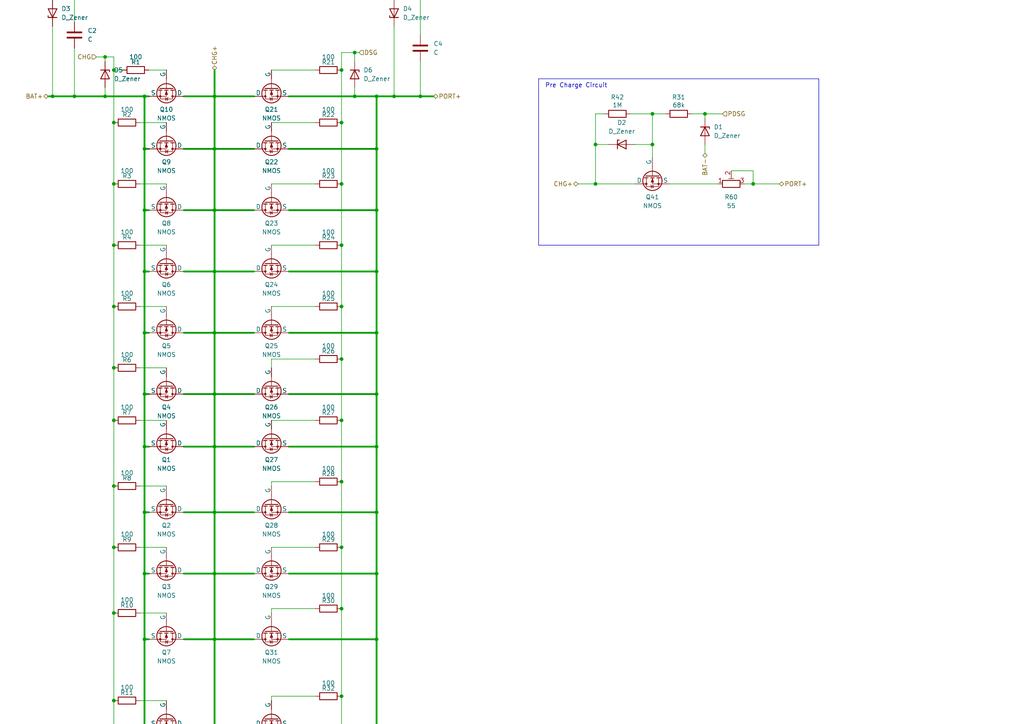
<source format=kicad_sch>
(kicad_sch (version 20231120) (generator "eeschema") (generator_version "8.0")
  (paper "A4")
  (junction (at 109.22 226.06))
  (junction (at 99.06 254))
  (junction (at 33.02 271.78))
  (junction (at 62.23 210.82))
  (junction (at 102.87 15.24))
  (junction (at 41.91 349.25))
  (junction (at 109.22 331.47))
  (junction (at 99.06 35.56))
  (junction (at 218.44 53.34))
  (junction (at 99.06 236.22))
  (junction (at 121.92 27.94))
  (junction (at 189.23 33.02))
  (junction (at 109.22 185.42))
  (junction (at 62.23 331.47))
  (junction (at 41.91 185.42))
  (junction (at 114.3 27.94))
  (junction (at 99.06 341.63))
  (junction (at 172.72 41.91))
  (junction (at 41.91 129.54))
  (junction (at 33.02 140.97))
  (junction (at 33.02 88.9))
  (junction (at 30.48 16.51))
  (junction (at 62.23 349.25))
  (junction (at 99.06 270.51))
  (junction (at 109.22 261.62))
  (junction (at 33.02 35.56))
  (junction (at 33.02 254))
  (junction (at 99.06 176.53))
  (junction (at 33.02 236.22))
  (junction (at 109.22 349.25))
  (junction (at 62.23 43.18))
  (junction (at 41.91 27.94))
  (junction (at 99.06 121.92))
  (junction (at 62.23 96.52))
  (junction (at 109.22 243.84))
  (junction (at 99.06 289.56))
  (junction (at 109.22 312.42))
  (junction (at 33.02 106.68))
  (junction (at 41.91 243.84))
  (junction (at 41.91 331.47))
  (junction (at 109.22 78.74))
  (junction (at 33.02 158.75))
  (junction (at 62.23 368.3))
  (junction (at 99.06 158.75))
  (junction (at 109.22 166.37))
  (junction (at 41.91 96.52))
  (junction (at 62.23 243.84))
  (junction (at 33.02 218.44))
  (junction (at 189.23 41.91))
  (junction (at 99.06 201.93))
  (junction (at 99.06 139.7))
  (junction (at 172.72 53.34))
  (junction (at 99.06 53.34))
  (junction (at 78.74 -19.05))
  (junction (at 15.24 -19.05))
  (junction (at 62.23 60.96))
  (junction (at 62.23 148.59))
  (junction (at 109.22 60.96))
  (junction (at 33.02 20.32))
  (junction (at 33.02 203.2))
  (junction (at 109.22 129.54))
  (junction (at 62.23 129.54))
  (junction (at 33.02 341.63))
  (junction (at 109.22 148.59))
  (junction (at 62.23 226.06))
  (junction (at 62.23 185.42))
  (junction (at 41.91 78.74))
  (junction (at 99.06 71.12))
  (junction (at 15.24 27.94))
  (junction (at 109.22 27.94))
  (junction (at 41.91 114.3))
  (junction (at 41.91 210.82))
  (junction (at 109.22 96.52))
  (junction (at 62.23 279.4))
  (junction (at 33.02 304.8))
  (junction (at 41.91 261.62))
  (junction (at 109.22 210.82))
  (junction (at 114.3 -19.05))
  (junction (at 33.02 71.12))
  (junction (at 41.91 148.59))
  (junction (at 109.22 297.18))
  (junction (at 99.06 20.32))
  (junction (at 33.02 323.85))
  (junction (at 99.06 104.14))
  (junction (at 109.22 43.18))
  (junction (at 62.23 312.42))
  (junction (at 41.91 226.06))
  (junction (at 204.47 33.02))
  (junction (at 41.91 368.3))
  (junction (at 121.92 -19.05))
  (junction (at 21.59 -19.05))
  (junction (at 41.91 312.42))
  (junction (at 41.91 60.96))
  (junction (at 99.06 88.9))
  (junction (at 99.06 302.26))
  (junction (at 41.91 297.18))
  (junction (at 21.59 27.94))
  (junction (at 99.06 218.44))
  (junction (at 33.02 177.8))
  (junction (at 41.91 166.37))
  (junction (at 62.23 297.18))
  (junction (at 33.02 289.56))
  (junction (at 33.02 53.34))
  (junction (at 102.87 27.94))
  (junction (at 109.22 279.4))
  (junction (at 69.85 -19.05))
  (junction (at 30.48 27.94))
  (junction (at 41.91 279.4))
  (junction (at 99.06 322.58))
  (junction (at 62.23 114.3))
  (junction (at 62.23 166.37))
  (junction (at 109.22 368.3))
  (junction (at 62.23 261.62))
  (junction (at 62.23 78.74))
  (junction (at 33.02 121.92))
  (junction (at 109.22 114.3))
  (junction (at 62.23 27.94))
  (junction (at 41.91 43.18))
  (wire (pts (xy 21.59 -19.05) (xy 21.59 -11.43)))
  (wire (pts (xy 33.02 271.78) (xy 33.02 254)))
  (wire (pts (xy 30.48 16.51) (xy 30.48 17.78)))
  (wire (pts (xy 41.91 226.06) (xy 41.91 243.84)) (stroke (width 0.508)))
  (wire (pts (xy 43.18 226.06) (xy 41.91 226.06)) (stroke (width 0.508)))
  (wire (pts (xy 33.02 236.22) (xy 33.02 218.44)))
  (wire (pts (xy 99.06 218.44) (xy 99.06 236.22)))
  (wire (pts (xy 62.23 78.74) (xy 73.66 78.74)) (stroke (width 0.508)))
  (wire (pts (xy 109.22 261.62) (xy 109.22 279.4)) (stroke (width 0.508)))
  (wire (pts (xy 99.06 176.53) (xy 99.06 201.93)))
  (wire (pts (xy 109.22 27.94) (xy 114.3 27.94)) (stroke (width 0.508)))
  (wire (pts (xy 53.34 60.96) (xy 62.23 60.96)) (stroke (width 0.508)))
  (wire (pts (xy 109.22 297.18) (xy 109.22 312.42)) (stroke (width 0.508)))
  (wire (pts (xy 109.22 210.82) (xy 83.82 210.82)) (stroke (width 0.508)))
  (wire (pts (xy 83.82 27.94) (xy 102.87 27.94)) (stroke (width 0.508)))
  (wire (pts (xy 53.34 148.59) (xy 62.23 148.59)) (stroke (width 0.508)))
  (wire (pts (xy 62.23 27.94) (xy 73.66 27.94)) (stroke (width 0.508)))
  (wire (pts (xy 109.22 60.96) (xy 109.22 78.74)) (stroke (width 0.508)))
  (wire (pts (xy 78.74 176.53) (xy 91.44 176.53)))
  (wire (pts (xy 63.5 387.35) (xy 74.93 387.35)))
  (wire (pts (xy 53.34 78.74) (xy 62.23 78.74)) (stroke (width 0.508)))
  (wire (pts (xy 78.74 302.26) (xy 78.74 304.8)))
  (wire (pts (xy 78.74 201.93) (xy 91.44 201.93)))
  (wire (pts (xy 41.91 243.84) (xy 41.91 261.62)) (stroke (width 0.508)))
  (wire (pts (xy 204.47 33.02) (xy 204.47 34.29)))
  (wire (pts (xy 109.22 43.18) (xy 83.82 43.18)) (stroke (width 0.508)))
  (wire (pts (xy 53.34 368.3) (xy 62.23 368.3)) (stroke (width 0.508)))
  (wire (pts (xy 41.91 210.82) (xy 43.18 210.82)) (stroke (width 0.508)))
  (wire (pts (xy 78.74 254) (xy 91.44 254)))
  (wire (pts (xy 53.34 166.37) (xy 62.23 166.37)) (stroke (width 0.508)))
  (wire (pts (xy 21.59 13.97) (xy 21.59 27.94)))
  (wire (pts (xy 53.34 331.47) (xy 62.23 331.47)) (stroke (width 0.508)))
  (wire (pts (xy 167.64 53.34) (xy 172.72 53.34)))
  (wire (pts (xy 204.47 33.02) (xy 209.55 33.02)))
  (wire (pts (xy 15.24 -19.05) (xy 19.05 -19.05)))
  (wire (pts (xy 62.23 297.18) (xy 73.66 297.18)) (stroke (width 0.508)))
  (wire (pts (xy 40.64 218.44) (xy 48.26 218.44)))
  (wire (pts (xy 40.64 106.68) (xy 48.26 106.68)))
  (wire (pts (xy 99.06 139.7) (xy 99.06 158.75)))
  (wire (pts (xy 53.34 226.06) (xy 62.23 226.06)) (stroke (width 0.508)))
  (wire (pts (xy 53.34 114.3) (xy 62.23 114.3)) (stroke (width 0.508)))
  (wire (pts (xy 109.22 148.59) (xy 83.82 148.59)) (stroke (width 0.508)))
  (wire (pts (xy 62.23 185.42) (xy 73.66 185.42)) (stroke (width 0.508)))
  (wire (pts (xy 41.91 96.52) (xy 41.91 78.74)) (stroke (width 0.508)))
  (wire (pts (xy 62.23 226.06) (xy 62.23 243.84)) (stroke (width 0.508)))
  (wire (pts (xy 41.91 78.74) (xy 43.18 78.74)) (stroke (width 0.508)))
  (wire (pts (xy 53.34 261.62) (xy 62.23 261.62)) (stroke (width 0.508)))
  (wire (pts (xy 53.34 297.18) (xy 62.23 297.18)) (stroke (width 0.508)))
  (wire (pts (xy 114.3 7.62) (xy 114.3 27.94)))
  (wire (pts (xy 43.18 20.32) (xy 48.26 20.32)))
  (wire (pts (xy 114.3 -19.05) (xy 114.3 0)))
  (wire (pts (xy 62.23 43.18) (xy 73.66 43.18)) (stroke (width 0.508)))
  (wire (pts (xy 41.91 210.82) (xy 41.91 185.42)) (stroke (width 0.508)))
  (wire (pts (xy 41.91 368.3) (xy 41.91 349.25)) (stroke (width 0.508)))
  (wire (pts (xy 62.23 243.84) (xy 73.66 243.84)) (stroke (width 0.508)))
  (wire (pts (xy 62.23 78.74) (xy 62.23 96.52)) (stroke (width 0.508)))
  (wire (pts (xy 40.64 341.63) (xy 48.26 341.63)))
  (wire (pts (xy 109.22 166.37) (xy 109.22 185.42)) (stroke (width 0.508)))
  (wire (pts (xy 78.74 71.12) (xy 91.44 71.12)))
  (wire (pts (xy 41.91 387.35) (xy 41.91 368.3)))
  (wire (pts (xy 109.22 331.47) (xy 83.82 331.47)) (stroke (width 0.508)))
  (wire (pts (xy 78.74 104.14) (xy 78.74 106.68)))
  (wire (pts (xy 99.06 53.34) (xy 99.06 71.12)))
  (wire (pts (xy 102.87 27.94) (xy 109.22 27.94)) (stroke (width 0.508)))
  (wire (pts (xy 41.91 43.18) (xy 41.91 27.94)) (stroke (width 0.508)))
  (wire (pts (xy 109.22 60.96) (xy 83.82 60.96)) (stroke (width 0.508)))
  (wire (pts (xy 91.44 322.58) (xy 78.74 322.58)))
  (wire (pts (xy 62.23 20.32) (xy 62.23 27.94)) (stroke (width 0.508)))
  (wire (pts (xy 99.06 236.22) (xy 99.06 254)))
  (wire (pts (xy 78.74 20.32) (xy 91.44 20.32)))
  (wire (pts (xy 99.06 322.58) (xy 99.06 341.63)))
  (wire (pts (xy 15.24 7.62) (xy 15.24 27.94)))
  (wire (pts (xy 21.59 -3.81) (xy 21.59 6.35)))
  (wire (pts (xy 33.02 323.85) (xy 34.29 323.85)))
  (wire (pts (xy 41.91 129.54) (xy 43.18 129.54)) (stroke (width 0.508)))
  (wire (pts (xy 41.91 96.52) (xy 43.18 96.52)) (stroke (width 0.508)))
  (wire (pts (xy 33.02 360.68) (xy 33.02 341.63)))
  (wire (pts (xy 33.02 254) (xy 33.02 236.22)))
  (wire (pts (xy 15.24 -19.05) (xy 15.24 0)))
  (wire (pts (xy 41.91 148.59) (xy 41.91 166.37)) (stroke (width 0.508)))
  (wire (pts (xy 41.91 78.74) (xy 41.91 60.96)) (stroke (width 0.508)))
  (wire (pts (xy 62.23 148.59) (xy 73.66 148.59)) (stroke (width 0.508)))
  (wire (pts (xy 91.44 270.51) (xy 78.74 270.51)))
  (wire (pts (xy 41.91 331.47) (xy 41.91 349.25)) (stroke (width 0.508)))
  (wire (pts (xy 41.91 261.62) (xy 43.18 261.62)) (stroke (width 0.508)))
  (wire (pts (xy 55.88 387.35) (xy 41.91 387.35)))
  (wire (pts (xy 78.74 302.26) (xy 91.44 302.26)))
  (wire (pts (xy 62.23 261.62) (xy 62.23 279.4)) (stroke (width 0.508)))
  (wire (pts (xy 78.74 121.92) (xy 91.44 121.92)))
  (wire (pts (xy 78.74 176.53) (xy 78.74 177.8)))
  (wire (pts (xy 40.64 360.68) (xy 48.26 360.68)))
  (wire (pts (xy 53.34 349.25) (xy 62.23 349.25)) (stroke (width 0.508)))
  (wire (pts (xy 33.02 341.63) (xy 33.02 323.85)))
  (wire (pts (xy 204.47 41.91) (xy 204.47 44.45)))
  (wire (pts (xy 62.23 312.42) (xy 62.23 331.47)) (stroke (width 0.508)))
  (wire (pts (xy 99.06 289.56) (xy 99.06 302.26)))
  (wire (pts (xy 53.34 243.84) (xy 62.23 243.84)) (stroke (width 0.508)))
  (wire (pts (xy 62.23 349.25) (xy 62.23 368.3)) (stroke (width 0.508)))
  (wire (pts (xy 184.15 41.91) (xy 189.23 41.91)))
  (wire (pts (xy 62.23 349.25) (xy 73.66 349.25)) (stroke (width 0.508)))
  (wire (pts (xy 121.92 27.94) (xy 125.73 27.94)) (stroke (width 0.508)))
  (wire (pts (xy 109.22 210.82) (xy 109.22 226.06)) (stroke (width 0.508)))
  (wire (pts (xy 40.64 88.9) (xy 48.26 88.9)))
  (wire (pts (xy 40.64 71.12) (xy 48.26 71.12)))
  (wire (pts (xy 62.23 312.42) (xy 73.66 312.42)) (stroke (width 0.508)))
  (wire (pts (xy 78.74 218.44) (xy 91.44 218.44)))
  (wire (pts (xy 99.06 15.24) (xy 99.06 20.32)))
  (wire (pts (xy 83.82 312.42) (xy 109.22 312.42)) (stroke (width 0.508)))
  (wire (pts (xy 62.23 114.3) (xy 62.23 129.54)) (stroke (width 0.508)))
  (wire (pts (xy 53.34 185.42) (xy 62.23 185.42)) (stroke (width 0.508)))
  (wire (pts (xy 43.18 331.47) (xy 41.91 331.47)) (stroke (width 0.508)))
  (wire (pts (xy 182.88 33.02) (xy 189.23 33.02)))
  (wire (pts (xy 109.22 96.52) (xy 109.22 114.3)) (stroke (width 0.508)))
  (wire (pts (xy 109.22 185.42) (xy 83.82 185.42)) (stroke (width 0.508)))
  (wire (pts (xy 40.64 177.8) (xy 48.26 177.8)))
  (wire (pts (xy 41.91 323.85) (xy 48.26 323.85)))
  (wire (pts (xy 15.24 27.94) (xy 19.05 27.94)))
  (wire (pts (xy 62.23 297.18) (xy 62.23 312.42)) (stroke (width 0.508)))
  (wire (pts (xy 30.48 27.94) (xy 41.91 27.94)) (stroke (width 0.508)))
  (wire (pts (xy 78.74 53.34) (xy 91.44 53.34)))
  (wire (pts (xy 41.91 312.42) (xy 43.18 312.42)) (stroke (width 0.508)))
  (polyline (pts (xy 237.49 71.12) (xy 237.49 22.86)))
  (wire (pts (xy 102.87 15.24) (xy 102.87 17.78)))
  (wire (pts (xy 77.47 -19.05) (xy 78.74 -19.05)) (stroke (width 0.508)))
  (wire (pts (xy 33.02 121.92) (xy 33.02 106.68)))
  (wire (pts (xy 78.74 360.68) (xy 91.44 360.68)))
  (wire (pts (xy 62.23 261.62) (xy 73.66 261.62)) (stroke (width 0.508)))
  (wire (pts (xy 99.06 302.26) (xy 99.06 322.58)))
  (wire (pts (xy 41.91 60.96) (xy 43.18 60.96)) (stroke (width 0.508)))
  (wire (pts (xy 15.24 27.94) (xy 21.59 27.94)) (stroke (width 0.508)))
  (wire (pts (xy 109.22 387.35) (xy 109.22 368.3)))
  (wire (pts (xy 78.74 104.14) (xy 91.44 104.14)))
  (wire (pts (xy 114.3 27.94) (xy 121.92 27.94)) (stroke (width 0.508)))
  (wire (pts (xy 41.91 27.94) (xy 43.18 27.94)) (stroke (width 0.508)))
  (wire (pts (xy 172.72 41.91) (xy 172.72 53.34)))
  (wire (pts (xy 40.64 203.2) (xy 48.26 203.2)))
  (wire (pts (xy 40.64 236.22) (xy 48.26 236.22)))
  (wire (pts (xy 99.06 71.12) (xy 99.06 88.9)))
  (wire (pts (xy 11.43 -19.05) (xy 15.24 -19.05)) (stroke (width 0.508)))
  (wire (pts (xy 62.23 96.52) (xy 62.23 114.3)) (stroke (width 0.508)))
  (wire (pts (xy 40.64 289.56) (xy 48.26 289.56)))
  (wire (pts (xy 43.18 148.59) (xy 41.91 148.59)) (stroke (width 0.508)))
  (wire (pts (xy 78.74 35.56) (xy 91.44 35.56)))
  (wire (pts (xy 109.22 114.3) (xy 83.82 114.3)) (stroke (width 0.508)))
  (wire (pts (xy 78.74 322.58) (xy 78.74 323.85)))
  (wire (pts (xy 41.91 166.37) (xy 43.18 166.37)) (stroke (width 0.508)))
  (wire (pts (xy 53.34 312.42) (xy 62.23 312.42)) (stroke (width 0.508)))
  (wire (pts (xy 62.23 279.4) (xy 73.66 279.4)) (stroke (width 0.508)))
  (wire (pts (xy 109.22 148.59) (xy 109.22 166.37)) (stroke (width 0.508)))
  (wire (pts (xy 53.34 279.4) (xy 62.23 279.4)) (stroke (width 0.508)))
  (wire (pts (xy 99.06 201.93) (xy 99.06 218.44)))
  (wire (pts (xy 21.59 27.94) (xy 30.48 27.94)) (stroke (width 0.508)))
  (wire (pts (xy 194.31 53.34) (xy 208.28 53.34)))
  (wire (pts (xy 62.23 96.52) (xy 73.66 96.52)) (stroke (width 0.508)))
  (wire (pts (xy 83.82 349.25) (xy 109.22 349.25)) (stroke (width 0.508)))
  (wire (pts (xy 33.02 16.51) (xy 33.02 20.32)))
  (wire (pts (xy 109.22 226.06) (xy 109.22 243.84)) (stroke (width 0.508)))
  (wire (pts (xy 53.34 43.18) (xy 62.23 43.18)) (stroke (width 0.508)))
  (wire (pts (xy 200.66 33.02) (xy 204.47 33.02)))
  (wire (pts (xy 40.64 158.75) (xy 48.26 158.75)))
  (wire (pts (xy 27.94 16.51) (xy 30.48 16.51)))
  (wire (pts (xy 62.23 166.37) (xy 73.66 166.37)) (stroke (width 0.508)))
  (wire (pts (xy 40.64 254) (xy 48.26 254)))
  (wire (pts (xy 53.34 27.94) (xy 62.23 27.94)) (stroke (width 0.508)))
  (wire (pts (xy 62.23 148.59) (xy 62.23 166.37)) (stroke (width 0.508)))
  (wire (pts (xy 109.22 261.62) (xy 83.82 261.62)) (stroke (width 0.508)))
  (wire (pts (xy 40.64 271.78) (xy 48.26 271.78)))
  (wire (pts (xy 62.23 27.94) (xy 62.23 43.18)) (stroke (width 0.508)))
  (wire (pts (xy 69.85 -34.29) (xy 69.85 -19.05)))
  (wire (pts (xy 41.91 243.84) (xy 43.18 243.84)) (stroke (width 0.508)))
  (wire (pts (xy 218.44 49.53) (xy 218.44 53.34)))
  (wire (pts (xy 33.02 20.32) (xy 33.02 35.56)))
  (wire (pts (xy 82.55 387.35) (xy 109.22 387.35)))
  (wire (pts (xy 189.23 41.91) (xy 189.23 45.72)))
  (wire (pts (xy 62.23 210.82) (xy 62.23 226.06)) (stroke (width 0.508)))
  (wire (pts (xy 33.02 121.92) (xy 33.02 140.97)))
  (wire (pts (xy 41.91 297.18) (xy 41.91 279.4)) (stroke (width 0.508)))
  (wire (pts (xy 30.48 16.51) (xy 33.02 16.51)))
  (polyline (pts (xy 156.21 22.86) (xy 237.49 22.86)))
  (wire (pts (xy 41.91 349.25) (xy 43.18 349.25)) (stroke (width 0.508)))
  (wire (pts (xy 172.72 33.02) (xy 172.72 41.91)))
  (wire (pts (xy 78.74 270.51) (xy 78.74 271.78)))
  (wire (pts (xy 218.44 53.34) (xy 226.06 53.34)))
  (wire (pts (xy 13.97 27.94) (xy 15.24 27.94)) (stroke (width 0.508)))
  (wire (pts (xy 78.74 -34.29) (xy 78.74 -19.05)))
  (wire (pts (xy 109.22 78.74) (xy 109.22 96.52)) (stroke (width 0.508)))
  (wire (pts (xy 109.22 349.25) (xy 109.22 368.3)) (stroke (width 0.508)))
  (wire (pts (xy 109.22 279.4) (xy 83.82 279.4)) (stroke (width 0.508)))
  (wire (pts (xy 62.23 210.82) (xy 73.66 210.82)) (stroke (width 0.508)))
  (wire (pts (xy 99.06 341.63) (xy 99.06 360.68)))
  (wire (pts (xy 109.22 166.37) (xy 83.82 166.37)) (stroke (width 0.508)))
  (wire (pts (xy 62.23 331.47) (xy 73.66 331.47)) (stroke (width 0.508)))
  (wire (pts (xy 33.02 218.44) (xy 33.02 203.2)))
  (wire (pts (xy 121.92 -19.05) (xy 121.92 -8.89)))
  (wire (pts (xy 62.23 226.06) (xy 73.66 226.06)) (stroke (width 0.508)))
  (wire (pts (xy 41.91 297.18) (xy 41.91 312.42)) (stroke (width 0.508)))
  (wire (pts (xy 78.74 139.7) (xy 78.74 140.97)))
  (wire (pts (xy 114.3 -19.05) (xy 121.92 -19.05)) (stroke (width 0.508)))
  (wire (pts (xy 33.02 88.9) (xy 33.02 106.68)))
  (wire (pts (xy 41.91 279.4) (xy 41.91 261.62)) (stroke (width 0.508)))
  (wire (pts (xy 40.64 121.92) (xy 48.26 121.92)))
  (wire (pts (xy 109.22 27.94) (xy 109.22 43.18)) (stroke (width 0.508)))
  (wire (pts (xy 121.92 17.78) (xy 121.92 27.94)))
  (wire (pts (xy 189.23 33.02) (xy 189.23 41.91)))
  (wire (pts (xy 91.44 341.63) (xy 78.74 341.63)))
  (wire (pts (xy 62.23 166.37) (xy 62.23 185.42)) (stroke (width 0.508)))
  (wire (pts (xy 109.22 129.54) (xy 83.82 129.54)) (stroke (width 0.508)))
  (wire (pts (xy 15.24 -19.05) (xy 21.59 -19.05)) (stroke (width 0.508)))
  (wire (pts (xy 114.3 27.94) (xy 115.57 27.94)))
  (wire (pts (xy 13.97 27.94) (xy 15.24 27.94)))
  (wire (pts (xy 109.22 297.18) (xy 83.82 297.18)) (stroke (width 0.508)))
  (wire (pts (xy 102.87 15.24) (xy 99.06 15.24)))
  (wire (pts (xy 62.23 279.4) (xy 62.23 297.18)) (stroke (width 0.508)))
  (wire (pts (xy 109.22 312.42) (xy 109.22 331.47)) (stroke (width 0.508)))
  (wire (pts (xy 43.18 185.42) (xy 41.91 185.42)) (stroke (width 0.508)))
  (wire (pts (xy 41.91 43.18) (xy 41.91 60.96)) (stroke (width 0.508)))
  (wire (pts (xy 41.91 129.54) (xy 41.91 114.3)) (stroke (width 0.508)))
  (wire (pts (xy 109.22 129.54) (xy 109.22 148.59)) (stroke (width 0.508)))
  (wire (pts (xy 215.9 53.34) (xy 218.44 53.34)))
  (wire (pts (xy 43.18 60.96) (xy 41.91 60.96)))
  (wire (pts (xy 21.59 -19.05) (xy 24.13 -19.05)))
  (wire (pts (xy 109.22 185.42) (xy 109.22 210.82)) (stroke (width 0.508)))
  (wire (pts (xy 40.64 35.56) (xy 48.26 35.56)))
  (wire (pts (xy 172.72 33.02) (xy 175.26 33.02)))
  (wire (pts (xy 99.06 254) (xy 99.06 270.51)))
  (wire (pts (xy 121.92 -1.27) (xy 121.92 10.16)))
  (wire (pts (xy 172.72 41.91) (xy 176.53 41.91)))
  (wire (pts (xy 109.22 96.52) (xy 83.82 96.52)) (stroke (width 0.508)))
  (wire (pts (xy 78.74 -19.05) (xy 114.3 -19.05)) (stroke (width 0.508)))
  (wire (pts (xy 104.14 15.24) (xy 102.87 15.24)))
  (wire (pts (xy 109.22 331.47) (xy 109.22 349.25)) (stroke (width 0.508)))
  (wire (pts (xy 33.02 71.12) (xy 33.02 88.9)))
  (wire (pts (xy 78.74 236.22) (xy 91.44 236.22)))
  (wire (pts (xy 33.02 177.8) (xy 33.02 158.75)))
  (wire (pts (xy 40.64 53.34) (xy 48.26 53.34)))
  (wire (pts (xy 41.91 114.3) (xy 41.91 96.52)) (stroke (width 0.508)))
  (wire (pts (xy 53.34 210.82) (xy 62.23 210.82)) (stroke (width 0.508)))
  (wire (pts (xy 109.22 43.18) (xy 109.22 60.96)) (stroke (width 0.508)))
  (wire (pts (xy 41.91 226.06) (xy 41.91 210.82)) (stroke (width 0.508)))
  (wire (pts (xy 62.23 129.54) (xy 62.23 148.59)) (stroke (width 0.508)))
  (wire (pts (xy 62.23 243.84) (xy 62.23 261.62)) (stroke (width 0.508)))
  (wire (pts (xy 102.87 25.4) (xy 102.87 27.94)))
  (wire (pts (xy 62.23 331.47) (xy 62.23 349.25)) (stroke (width 0.508)))
  (wire (pts (xy 109.22 114.3) (xy 109.22 129.54)) (stroke (width 0.508)))
  (wire (pts (xy 62.23 129.54) (xy 73.66 129.54)) (stroke (width 0.508)))
  (wire (pts (xy 212.09 49.53) (xy 218.44 49.53)))
  (wire (pts (xy 172.72 53.34) (xy 184.15 53.34)))
  (wire (pts (xy 78.74 289.56) (xy 91.44 289.56)))
  (wire (pts (xy 33.02 158.75) (xy 33.02 140.97)))
  (wire (pts (xy 109.22 243.84) (xy 83.82 243.84)) (stroke (width 0.508)))
  (wire (pts (xy 109.22 279.4) (xy 109.22 297.18)) (stroke (width 0.508)))
  (wire (pts (xy 62.23 114.3) (xy 73.66 114.3)) (stroke (width 0.508)))
  (wire (pts (xy 62.23 43.18) (xy 62.23 60.96)) (stroke (width 0.508)))
  (wire (pts (xy 193.04 33.02) (xy 189.23 33.02)))
  (wire (pts (xy 41.91 43.18) (xy 43.18 43.18)))
  (wire (pts (xy 33.02 53.34) (xy 33.02 35.56)))
  (wire (pts (xy 121.92 -19.05) (xy 130.81 -19.05)) (stroke (width 0.508)))
  (wire (pts (xy 99.06 104.14) (xy 99.06 121.92)))
  (wire (pts (xy 41.91 368.3) (xy 43.18 368.3)) (stroke (width 0.508)))
  (wire (pts (xy 43.18 27.94) (xy 41.91 27.94)))
  (wire (pts (xy 35.56 20.32) (xy 33.02 20.32)))
  (wire (pts (xy 99.06 158.75) (xy 99.06 176.53)))
  (wire (pts (xy 33.02 323.85) (xy 33.02 304.8)))
  (wire (pts (xy 62.23 185.42) (xy 62.23 210.82)) (stroke (width 0.508)))
  (wire (pts (xy 41.91 43.18) (xy 43.18 43.18)) (stroke (width 0.508)))
  (wire (pts (xy 33.02 71.12) (xy 33.02 53.34)))
  (wire (pts (xy 40.64 304.8) (xy 48.26 304.8)))
  (wire (pts (xy 62.23 60.96) (xy 73.66 60.96)) (stroke (width 0.508)))
  (polyline (pts (xy 156.21 22.86) (xy 156.21 71.12)))
  (wire (pts (xy 62.23 60.96) (xy 62.23 78.74)) (stroke (width 0.508)))
  (wire (pts (xy 99.06 121.92) (xy 99.06 139.7)))
  (wire (pts (xy 109.22 226.06) (xy 83.82 226.06)) (stroke (width 0.508)))
  (wire (pts (xy 78.74 139.7) (xy 91.44 139.7)))
  (wire (pts (xy 109.22 368.3) (xy 83.82 368.3)) (stroke (width 0.508)))
  (wire (pts (xy 41.91 297.18) (xy 43.18 297.18)) (stroke (width 0.508)))
  (wire (pts (xy 99.06 88.9) (xy 99.06 104.14)))
  (wire (pts (xy 33.02 289.56) (xy 33.02 271.78)))
  (wire (pts (xy 41.91 166.37) (xy 41.91 185.42)) (stroke (width 0.508)))
  (wire (pts (xy 43.18 279.4) (xy 41.91 279.4)) (stroke (width 0.508)))
  (wire (pts (xy 78.74 158.75) (xy 91.44 158.75)))
  (wire (pts (xy 99.06 270.51) (xy 99.06 289.56)))
  (wire (pts (xy 30.48 25.4) (xy 30.48 27.94)))
  (polyline (pts (xy 156.21 71.12) (xy 237.49 71.12)))
  (wire (pts (xy 78.74 88.9) (xy 91.44 88.9)))
  (wire (pts (xy 40.64 140.97) (xy 48.26 140.97)))
  (wire (pts (xy 99.06 20.32) (xy 99.06 35.56)))
  (wire (pts (xy 62.23 368.3) (xy 73.66 368.3)) (stroke (width 0.508)))
  (wire (pts (xy 21.59 27.94) (xy 24.13 27.94)))
  (wire (pts (xy 33.02 304.8) (xy 33.02 289.56)))
  (wire (pts (xy 53.34 129.54) (xy 62.23 129.54)) (stroke (width 0.508)))
  (wire (pts (xy 33.02 203.2) (xy 33.02 177.8)))
  (wire (pts (xy 41.91 312.42) (xy 41.91 331.47)) (stroke (width 0.508)))
  (wire (pts (xy 53.34 96.52) (xy 62.23 96.52)) (stroke (width 0.508)))
  (wire (pts (xy 41.91 114.3) (xy 43.18 114.3)) (stroke (width 0.508)))
  (wire (pts (xy 99.06 35.56) (xy 99.06 53.34)))
  (wire (pts (xy 21.59 -19.05) (xy 69.85 -19.05)) (stroke (width 0.508)))
  (wire (pts (xy 78.74 201.93) (xy 78.74 203.2)))
  (wire (pts (xy 109.22 243.84) (xy 109.22 261.62)) (stroke (width 0.508)))
  (wire (pts (xy 109.22 78.74) (xy 83.82 78.74)) (stroke (width 0.508)))
  (wire (pts (xy 41.91 129.54) (xy 41.91 148.59)) (stroke (width 0.508)))
  (text "Pre Charge Circuit\n" (at 167.132 24.892 0) (effects (font (size 1.27 1.27))))
  (hierarchical_label "SHUNT_N" (shape output) (at 78.74 -34.29 90))
  (hierarchical_label "DSG" (shape input) (at 104.14 15.24 0))
  (hierarchical_label "PDSG" (shape input) (at 209.55 33.02 0))
  (hierarchical_label "CHG+" (shape bidirectional) (at 167.64 53.34 180))
  (hierarchical_label "BAT-" (shape bidirectional) (at 204.47 44.45 270))
  (hierarchical_label "PORT-" (shape bidirectional) (at 130.81 -19.05 0))
  (hierarchical_label "CHG" (shape input) (at 27.94 16.51 180))
  (hierarchical_label "SHUNT_P" (shape output) (at 69.85 -34.29 90))
  (hierarchical_label "PORT+" (shape bidirectional) (at 125.73 27.94 0))
  (hierarchical_label "CHG+" (shape bidirectional) (at 62.23 20.32 90))
  (hierarchical_label "BAT-" (shape bidirectional) (at 11.43 -19.05 180))
  (hierarchical_label "PORT+" (shape bidirectional) (at 226.06 53.34 0))
  (hierarchical_label "BAT+" (shape bidirectional) (at 13.97 27.94 180))
  (symbol (lib_id "Device:R") (at 36.83 121.92 90) (unit 1)
    (property "Reference" "R7" (at 36.83 119.634 90))
    (property "Value" "100" (at 36.83 118.11 90))
    (property "Description" "Resistor" (effects (hide yes)))
  )
  (symbol (lib_id "Device:C") (at 21.59 10.16 0) (unit 1)
    (property "Reference" "C2" (at 25.4 8.8899 0) (effects (justify left)))
    (property "Value" "C" (at 25.4 11.4299 0) (effects (justify left)))
    (property "Description" "Unpolarized capacitor" (effects (hide yes)))
  )
  (symbol (lib_id "Device:D_Zener") (at 30.48 21.59 270) (unit 1)
    (property "Reference" "D5" (at 33.02 20.3199 90) (effects (justify left)))
    (property "Value" "D_Zener" (at 33.02 22.8599 90) (effects (justify left)))
    (property "Description" "Zener diode" (effects (hide yes)))
  )
  (symbol (lib_id "Simulation_SPICE:NMOS") (at 48.26 309.88 270) (unit 1)
    (property "Reference" "Q20" (at 48.26 316.23 90))
    (property "Value" "NMOS" (at 48.26 318.77 90))
    (property "Datasheet" "https://ngspice.sourceforge.io/docs/ngspice-html-manual/manual.xhtml#cha_MOSFETs" (effects (hide yes)))
    (property "Description" "N-MOSFET transistor, drain/source/gate" (effects (hide yes)))
    (property "Sim.Device" "NMOS" (effects (hide yes)))
    (property "Sim.Type" "VDMOS" (effects (hide yes)))
    (property "Sim.Pins" "1=D 2=G 3=S" (effects (hide yes)))
  )
  (symbol (lib_id "Simulation_SPICE:NMOS") (at 48.26 111.76 270) (unit 1)
    (property "Reference" "Q4" (at 48.26 118.11 90))
    (property "Value" "NMOS" (at 48.26 120.65 90))
    (property "Datasheet" "https://ngspice.sourceforge.io/docs/ngspice-html-manual/manual.xhtml#cha_MOSFETs" (effects (hide yes)))
    (property "Description" "N-MOSFET transistor, drain/source/gate" (effects (hide yes)))
    (property "Sim.Device" "NMOS" (effects (hide yes)))
    (property "Sim.Type" "VDMOS" (effects (hide yes)))
    (property "Sim.Pins" "1=D 2=G 3=S" (effects (hide yes)))
  )
  (symbol (lib_id "Device:R") (at 36.83 236.22 90) (unit 1)
    (property "Reference" "R13" (at 36.83 233.934 90))
    (property "Value" "100" (at 36.83 232.41 90))
    (property "Description" "Resistor" (effects (hide yes)))
  )
  (symbol (lib_id "Device:R") (at 95.25 360.68 90) (unit 1)
    (property "Reference" "R41" (at 95.25 358.394 90))
    (property "Value" "100" (at 95.25 356.87 90))
    (property "Description" "Resistor" (effects (hide yes)))
  )
  (symbol (lib_id "Device:R") (at 36.83 53.34 90) (unit 1)
    (property "Reference" "R3" (at 36.83 51.054 90))
    (property "Value" "100" (at 36.83 49.53 90))
    (property "Description" "Resistor" (effects (hide yes)))
  )
  (symbol (lib_id "Device:D_Zener") (at 102.87 21.59 270) (unit 1)
    (property "Reference" "D6" (at 105.41 20.3199 90) (effects (justify left)))
    (property "Value" "D_Zener" (at 105.41 22.8599 90) (effects (justify left)))
    (property "Description" "Zener diode" (effects (hide yes)))
  )
  (symbol (lib_id "Device:C") (at 59.69 387.35 90) (unit 1)
    (property "Reference" "C5" (at 59.69 379.73 90))
    (property "Value" "C" (at 59.69 382.27 90))
    (property "Description" "Unpolarized capacitor" (effects (hide yes)))
  )
  (symbol (lib_id "Simulation_SPICE:NMOS") (at 78.74 111.76 90) (mirror x) (unit 1)
    (property "Reference" "Q26" (at 78.74 118.11 90))
    (property "Value" "NMOS" (at 78.74 120.65 90))
    (property "Datasheet" "https://ngspice.sourceforge.io/docs/ngspice-html-manual/manual.xhtml#cha_MOSFETs" (effects (hide yes)))
    (property "Description" "N-MOSFET transistor, drain/source/gate" (effects (hide yes)))
    (property "Sim.Device" "NMOS" (effects (hide yes)))
    (property "Sim.Type" "VDMOS" (effects (hide yes)))
    (property "Sim.Pins" "1=D 2=G 3=S" (effects (hide yes)))
  )
  (symbol (lib_id "Device:R") (at 36.83 360.68 90) (unit 1)
    (property "Reference" "R20" (at 36.83 358.394 90))
    (property "Value" "100" (at 36.83 356.87 90))
    (property "Description" "Resistor" (effects (hide yes)))
  )
  (symbol (lib_id "Device:R") (at 95.25 341.63 90) (unit 1)
    (property "Reference" "R40" (at 95.25 339.344 90))
    (property "Value" "100" (at 95.25 337.82 90))
    (property "Description" "Resistor" (effects (hide yes)))
  )
  (symbol (lib_id "Device:R") (at 36.83 140.97 90) (unit 1)
    (property "Reference" "R8" (at 36.83 138.684 90))
    (property "Value" "100" (at 36.83 137.16 90))
    (property "Description" "Resistor" (effects (hide yes)))
  )
  (symbol (lib_id "Simulation_SPICE:NMOS") (at 78.74 146.05 90) (mirror x) (unit 1)
    (property "Reference" "Q28" (at 78.74 152.4 90))
    (property "Value" "NMOS" (at 78.74 154.94 90))
    (property "Datasheet" "https://ngspice.sourceforge.io/docs/ngspice-html-manual/manual.xhtml#cha_MOSFETs" (effects (hide yes)))
    (property "Description" "N-MOSFET transistor, drain/source/gate" (effects (hide yes)))
    (property "Sim.Device" "NMOS" (effects (hide yes)))
    (property "Sim.Type" "VDMOS" (effects (hide yes)))
    (property "Sim.Pins" "1=D 2=G 3=S" (effects (hide yes)))
  )
  (symbol (lib_id "Simulation_SPICE:NMOS") (at 48.26 365.76 270) (unit 1)
    (property "Reference" "Q13" (at 48.26 372.11 90))
    (property "Value" "NMOS" (at 48.26 374.65 90))
    (property "Datasheet" "https://ngspice.sourceforge.io/docs/ngspice-html-manual/manual.xhtml#cha_MOSFETs" (effects (hide yes)))
    (property "Description" "N-MOSFET transistor, drain/source/gate" (effects (hide yes)))
    (property "Sim.Device" "NMOS" (effects (hide yes)))
    (property "Sim.Type" "VDMOS" (effects (hide yes)))
    (property "Sim.Pins" "1=D 2=G 3=S" (effects (hide yes)))
  )
  (symbol (lib_id "Device:R") (at 95.25 88.9 90) (unit 1)
    (property "Reference" "R25" (at 95.25 86.614 90))
    (property "Value" "100" (at 95.25 85.09 90))
    (property "Description" "Resistor" (effects (hide yes)))
  )
  (symbol (lib_id "Device:R_Potentiometer_Trim") (at 212.09 53.34 90) (unit 1)
    (property "Reference" "R60" (at 212.09 57.15 90))
    (property "Value" "55" (at 212.09 59.69 90))
    (property "Description" "Trim-potentiometer" (effects (hide yes)))
  )
  (symbol (lib_id "Simulation_SPICE:NMOS") (at 78.74 76.2 90) (mirror x) (unit 1)
    (property "Reference" "Q24" (at 78.74 82.55 90))
    (property "Value" "NMOS" (at 78.74 85.09 90))
    (property "Datasheet" "https://ngspice.sourceforge.io/docs/ngspice-html-manual/manual.xhtml#cha_MOSFETs" (effects (hide yes)))
    (property "Description" "N-MOSFET transistor, drain/source/gate" (effects (hide yes)))
    (property "Sim.Device" "NMOS" (effects (hide yes)))
    (property "Sim.Type" "VDMOS" (effects (hide yes)))
    (property "Sim.Pins" "1=D 2=G 3=S" (effects (hide yes)))
  )
  (symbol (lib_id "Device:R") (at 95.25 104.14 90) (unit 1)
    (property "Reference" "R26" (at 95.25 101.854 90))
    (property "Value" "100" (at 95.25 100.33 90))
    (property "Description" "Resistor" (effects (hide yes)))
  )
  (symbol (lib_id "Simulation_SPICE:NMOS") (at 48.26 241.3 270) (unit 1)
    (property "Reference" "Q16" (at 48.26 247.65 90))
    (property "Value" "NMOS" (at 48.26 250.19 90))
    (property "Datasheet" "https://ngspice.sourceforge.io/docs/ngspice-html-manual/manual.xhtml#cha_MOSFETs" (effects (hide yes)))
    (property "Description" "N-MOSFET transistor, drain/source/gate" (effects (hide yes)))
    (property "Sim.Device" "NMOS" (effects (hide yes)))
    (property "Sim.Type" "VDMOS" (effects (hide yes)))
    (property "Sim.Pins" "1=D 2=G 3=S" (effects (hide yes)))
  )
  (symbol (lib_id "Simulation_SPICE:NMOS") (at 48.26 223.52 270) (unit 1)
    (property "Reference" "Q15" (at 48.26 229.87 90))
    (property "Value" "NMOS" (at 48.26 232.41 90))
    (property "Datasheet" "https://ngspice.sourceforge.io/docs/ngspice-html-manual/manual.xhtml#cha_MOSFETs" (effects (hide yes)))
    (property "Description" "N-MOSFET transistor, drain/source/gate" (effects (hide yes)))
    (property "Sim.Device" "NMOS" (effects (hide yes)))
    (property "Sim.Type" "VDMOS" (effects (hide yes)))
    (property "Sim.Pins" "1=D 2=G 3=S" (effects (hide yes)))
  )
  (symbol (lib_id "Device:R") (at 95.25 20.32 90) (unit 1)
    (property "Reference" "R21" (at 95.25 18.034 90))
    (property "Value" "100" (at 95.25 16.51 90))
    (property "Description" "Resistor" (effects (hide yes)))
  )
  (symbol (lib_id "Device:R") (at 36.83 341.63 90) (unit 1)
    (property "Reference" "R19" (at 36.83 339.344 90))
    (property "Value" "100" (at 36.83 337.82 90))
    (property "Description" "Resistor" (effects (hide yes)))
  )
  (symbol (lib_id "Simulation_SPICE:NMOS") (at 48.26 76.2 270) (unit 1)
    (property "Reference" "Q6" (at 48.26 82.55 90))
    (property "Value" "NMOS" (at 48.26 85.09 90))
    (property "Datasheet" "https://ngspice.sourceforge.io/docs/ngspice-html-manual/manual.xhtml#cha_MOSFETs" (effects (hide yes)))
    (property "Description" "N-MOSFET transistor, drain/source/gate" (effects (hide yes)))
    (property "Sim.Device" "NMOS" (effects (hide yes)))
    (property "Sim.Type" "VDMOS" (effects (hide yes)))
    (property "Sim.Pins" "1=D 2=G 3=S" (effects (hide yes)))
  )
  (symbol (lib_id "Device:C") (at 21.59 -7.62 0) (unit 1)
    (property "Reference" "C1" (at 25.4 -8.8901 0) (effects (justify left)))
    (property "Value" "C" (at 25.4 -6.3501 0) (effects (justify left)))
    (property "Description" "Unpolarized capacitor" (effects (hide yes)))
  )
  (symbol (lib_id "Device:R") (at 36.83 271.78 90) (unit 1)
    (property "Reference" "R15" (at 36.83 269.494 90))
    (property "Value" "100" (at 36.83 267.97 90))
    (property "Description" "Resistor" (effects (hide yes)))
  )
  (symbol (lib_id "Simulation_SPICE:NMOS") (at 78.74 58.42 90) (mirror x) (unit 1)
    (property "Reference" "Q23" (at 78.74 64.77 90))
    (property "Value" "NMOS" (at 78.74 67.31 90))
    (property "Datasheet" "https://ngspice.sourceforge.io/docs/ngspice-html-manual/manual.xhtml#cha_MOSFETs" (effects (hide yes)))
    (property "Description" "N-MOSFET transistor, drain/source/gate" (effects (hide yes)))
    (property "Sim.Device" "NMOS" (effects (hide yes)))
    (property "Sim.Type" "VDMOS" (effects (hide yes)))
    (property "Sim.Pins" "1=D 2=G 3=S" (effects (hide yes)))
  )
  (symbol (lib_id "Device:R") (at 95.25 121.92 90) (unit 1)
    (property "Reference" "R27" (at 95.25 119.634 90))
    (property "Value" "100" (at 95.25 118.11 90))
    (property "Description" "Resistor" (effects (hide yes)))
  )
  (symbol (lib_id "Simulation_SPICE:NMOS") (at 48.26 346.71 270) (unit 1)
    (property "Reference" "Q12" (at 48.26 353.06 90))
    (property "Value" "NMOS" (at 48.26 355.6 90))
    (property "Datasheet" "https://ngspice.sourceforge.io/docs/ngspice-html-manual/manual.xhtml#cha_MOSFETs" (effects (hide yes)))
    (property "Description" "N-MOSFET transistor, drain/source/gate" (effects (hide yes)))
    (property "Sim.Device" "NMOS" (effects (hide yes)))
    (property "Sim.Type" "VDMOS" (effects (hide yes)))
    (property "Sim.Pins" "1=D 2=G 3=S" (effects (hide yes)))
  )
  (symbol (lib_id "Device:R") (at 95.25 158.75 90) (unit 1)
    (property "Reference" "R29" (at 95.25 156.464 90))
    (property "Value" "100" (at 95.25 154.94 90))
    (property "Description" "Resistor" (effects (hide yes)))
  )
  (symbol (lib_id "Device:R") (at 36.83 177.8 90) (unit 1)
    (property "Reference" "R10" (at 36.83 175.514 90))
    (property "Value" "100" (at 36.83 173.99 90))
    (property "Description" "Resistor" (effects (hide yes)))
  )
  (symbol (lib_id "Simulation_SPICE:NMOS") (at 78.74 163.83 90) (mirror x) (unit 1)
    (property "Reference" "Q29" (at 78.74 170.18 90))
    (property "Value" "NMOS" (at 78.74 172.72 90))
    (property "Datasheet" "https://ngspice.sourceforge.io/docs/ngspice-html-manual/manual.xhtml#cha_MOSFETs" (effects (hide yes)))
    (property "Description" "N-MOSFET transistor, drain/source/gate" (effects (hide yes)))
    (property "Sim.Device" "NMOS" (effects (hide yes)))
    (property "Sim.Type" "VDMOS" (effects (hide yes)))
    (property "Sim.Pins" "1=D 2=G 3=S" (effects (hide yes)))
  )
  (symbol (lib_id "Device:R") (at 36.83 254 90) (unit 1)
    (property "Reference" "R14" (at 36.83 251.714 90))
    (property "Value" "100" (at 36.83 250.19 90))
    (property "Description" "Resistor" (effects (hide yes)))
  )
  (symbol (lib_id "Simulation_SPICE:NMOS") (at 48.26 276.86 270) (unit 1)
    (property "Reference" "Q18" (at 48.26 283.21 90))
    (property "Value" "NMOS" (at 48.26 285.75 90))
    (property "Datasheet" "https://ngspice.sourceforge.io/docs/ngspice-html-manual/manual.xhtml#cha_MOSFETs" (effects (hide yes)))
    (property "Description" "N-MOSFET transistor, drain/source/gate" (effects (hide yes)))
    (property "Sim.Device" "NMOS" (effects (hide yes)))
    (property "Sim.Type" "VDMOS" (effects (hide yes)))
    (property "Sim.Pins" "1=D 2=G 3=S" (effects (hide yes)))
  )
  (symbol (lib_id "Simulation_SPICE:NMOS") (at 78.74 127 90) (mirror x) (unit 1)
    (property "Reference" "Q27" (at 78.74 133.35 90))
    (property "Value" "NMOS" (at 78.74 135.89 90))
    (property "Datasheet" "https://ngspice.sourceforge.io/docs/ngspice-html-manual/manual.xhtml#cha_MOSFETs" (effects (hide yes)))
    (property "Description" "N-MOSFET transistor, drain/source/gate" (effects (hide yes)))
    (property "Sim.Device" "NMOS" (effects (hide yes)))
    (property "Sim.Type" "VDMOS" (effects (hide yes)))
    (property "Sim.Pins" "1=D 2=G 3=S" (effects (hide yes)))
  )
  (symbol (lib_id "Device:R") (at 95.25 218.44 90) (unit 1)
    (property "Reference" "R33" (at 95.25 216.154 90))
    (property "Value" "100" (at 95.25 214.63 90))
    (property "Description" "Resistor" (effects (hide yes)))
  )
  (symbol (lib_id "Simulation_SPICE:NMOS") (at 48.26 127 270) (unit 1)
    (property "Reference" "Q1" (at 48.26 133.35 90))
    (property "Value" "NMOS" (at 48.26 135.89 90))
    (property "Datasheet" "https://ngspice.sourceforge.io/docs/ngspice-html-manual/manual.xhtml#cha_MOSFETs" (effects (hide yes)))
    (property "Description" "N-MOSFET transistor, drain/source/gate" (effects (hide yes)))
    (property "Sim.Device" "NMOS" (effects (hide yes)))
    (property "Sim.Type" "VDMOS" (effects (hide yes)))
    (property "Sim.Pins" "1=D 2=G 3=S" (effects (hide yes)))
  )
  (symbol (lib_id "Device:R") (at 95.25 302.26 90) (unit 1)
    (property "Reference" "R38" (at 95.25 299.974 90))
    (property "Value" "100" (at 95.25 298.45 90))
    (property "Description" "Resistor" (effects (hide yes)))
  )
  (symbol (lib_id "Simulation_SPICE:NMOS") (at 78.74 365.76 90) (mirror x) (unit 1)
    (property "Reference" "Q40" (at 78.74 372.11 90))
    (property "Value" "NMOS" (at 78.74 374.65 90))
    (property "Datasheet" "https://ngspice.sourceforge.io/docs/ngspice-html-manual/manual.xhtml#cha_MOSFETs" (effects (hide yes)))
    (property "Description" "N-MOSFET transistor, drain/source/gate" (effects (hide yes)))
    (property "Sim.Device" "NMOS" (effects (hide yes)))
    (property "Sim.Type" "VDMOS" (effects (hide yes)))
    (property "Sim.Pins" "1=D 2=G 3=S" (effects (hide yes)))
  )
  (symbol (lib_id "Simulation_SPICE:NMOS") (at 78.74 40.64 90) (mirror x) (unit 1)
    (property "Reference" "Q22" (at 78.74 46.99 90))
    (property "Value" "NMOS" (at 78.74 49.53 90))
    (property "Datasheet" "https://ngspice.sourceforge.io/docs/ngspice-html-manual/manual.xhtml#cha_MOSFETs" (effects (hide yes)))
    (property "Description" "N-MOSFET transistor, drain/source/gate" (effects (hide yes)))
    (property "Sim.Device" "NMOS" (effects (hide yes)))
    (property "Sim.Type" "VDMOS" (effects (hide yes)))
    (property "Sim.Pins" "1=D 2=G 3=S" (effects (hide yes)))
  )
  (symbol (lib_id "Simulation_SPICE:NMOS") (at 48.26 163.83 270) (unit 1)
    (property "Reference" "Q3" (at 48.26 170.18 90))
    (property "Value" "NMOS" (at 48.26 172.72 90))
    (property "Datasheet" "https://ngspice.sourceforge.io/docs/ngspice-html-manual/manual.xhtml#cha_MOSFETs" (effects (hide yes)))
    (property "Description" "N-MOSFET transistor, drain/source/gate" (effects (hide yes)))
    (property "Sim.Device" "NMOS" (effects (hide yes)))
    (property "Sim.Type" "VDMOS" (effects (hide yes)))
    (property "Sim.Pins" "1=D 2=G 3=S" (effects (hide yes)))
  )
  (symbol (lib_id "Simulation_SPICE:NMOS") (at 48.26 328.93 270) (unit 1)
    (property "Reference" "Q11" (at 48.26 335.28 90))
    (property "Value" "NMOS" (at 48.26 337.82 90))
    (property "Datasheet" "https://ngspice.sourceforge.io/docs/ngspice-html-manual/manual.xhtml#cha_MOSFETs" (effects (hide yes)))
    (property "Description" "N-MOSFET transistor, drain/source/gate" (effects (hide yes)))
    (property "Sim.Device" "NMOS" (effects (hide yes)))
    (property "Sim.Type" "VDMOS" (effects (hide yes)))
    (property "Sim.Pins" "1=D 2=G 3=S" (effects (hide yes)))
  )
  (symbol (lib_id "Device:R") (at 196.85 33.02 90) (unit 1)
    (property "Reference" "R31" (at 196.85 28.194 90))
    (property "Value" "68k" (at 196.85 30.48 90))
    (property "Description" "Resistor" (effects (hide yes)))
  )
  (symbol (lib_id "Simulation_SPICE:NMOS") (at 78.74 182.88 90) (mirror x) (unit 1)
    (property "Reference" "Q31" (at 78.74 189.23 90))
    (property "Value" "NMOS" (at 78.74 191.77 90))
    (property "Datasheet" "https://ngspice.sourceforge.io/docs/ngspice-html-manual/manual.xhtml#cha_MOSFETs" (effects (hide yes)))
    (property "Description" "N-MOSFET transistor, drain/source/gate" (effects (hide yes)))
    (property "Sim.Device" "NMOS" (effects (hide yes)))
    (property "Sim.Type" "VDMOS" (effects (hide yes)))
    (property "Sim.Pins" "1=D 2=G 3=S" (effects (hide yes)))
  )
  (symbol (lib_id "Simulation_SPICE:NMOS") (at 78.74 346.71 90) (mirror x) (unit 1)
    (property "Reference" "Q39" (at 78.74 353.06 90))
    (property "Value" "NMOS" (at 78.74 355.6 90))
    (property "Datasheet" "https://ngspice.sourceforge.io/docs/ngspice-html-manual/manual.xhtml#cha_MOSFETs" (effects (hide yes)))
    (property "Description" "N-MOSFET transistor, drain/source/gate" (effects (hide yes)))
    (property "Sim.Device" "NMOS" (effects (hide yes)))
    (property "Sim.Type" "VDMOS" (effects (hide yes)))
    (property "Sim.Pins" "1=D 2=G 3=S" (effects (hide yes)))
  )
  (symbol (lib_id "Device:C") (at 121.92 13.97 0) (unit 1)
    (property "Reference" "C4" (at 125.73 12.6999 0) (effects (justify left)))
    (property "Value" "C" (at 125.73 15.2399 0) (effects (justify left)))
    (property "Description" "Unpolarized capacitor" (effects (hide yes)))
  )
  (symbol (lib_id "Device:D_Zener") (at 180.34 41.91 0) (unit 1)
    (property "Reference" "D2" (at 180.34 35.56 0))
    (property "Value" "D_Zener" (at 180.34 38.1 0))
    (property "Description" "Zener diode" (effects (hide yes)))
  )
  (symbol (lib_id "Device:R") (at 95.25 289.56 90) (unit 1)
    (property "Reference" "R37" (at 95.25 287.274 90))
    (property "Value" "100" (at 95.25 285.75 90))
    (property "Description" "Resistor" (effects (hide yes)))
  )
  (symbol (lib_id "Device:R") (at 39.37 20.32 90) (unit 1)
    (property "Reference" "R1" (at 39.37 18.034 90))
    (property "Value" "100" (at 39.37 16.51 90))
    (property "Description" "Resistor" (effects (hide yes)))
  )
  (symbol (lib_id "Device:R") (at 36.83 218.44 90) (unit 1)
    (property "Reference" "R12" (at 36.83 216.154 90))
    (property "Value" "100" (at 36.83 214.63 90))
    (property "Description" "Resistor" (effects (hide yes)))
  )
  (symbol (lib_id "Device:D_Zener") (at 15.24 3.81 90) (unit 1)
    (property "Reference" "D3" (at 17.78 2.5399 90) (effects (justify right)))
    (property "Value" "D_Zener" (at 17.78 5.0799 90) (effects (justify right)))
    (property "Description" "Zener diode" (effects (hide yes)))
  )
  (symbol (lib_id "Device:R") (at 36.83 158.75 90) (unit 1)
    (property "Reference" "R9" (at 36.83 156.464 90))
    (property "Value" "100" (at 36.83 154.94 90))
    (property "Description" "Resistor" (effects (hide yes)))
  )
  (symbol (lib_id "Simulation_SPICE:NMOS") (at 78.74 93.98 90) (mirror x) (unit 1)
    (property "Reference" "Q25" (at 78.74 100.33 90))
    (property "Value" "NMOS" (at 78.74 102.87 90))
    (property "Datasheet" "https://ngspice.sourceforge.io/docs/ngspice-html-manual/manual.xhtml#cha_MOSFETs" (effects (hide yes)))
    (property "Description" "N-MOSFET transistor, drain/source/gate" (effects (hide yes)))
    (property "Sim.Device" "NMOS" (effects (hide yes)))
    (property "Sim.Type" "VDMOS" (effects (hide yes)))
    (property "Sim.Pins" "1=D 2=G 3=S" (effects (hide yes)))
  )
  (symbol (lib_id "Device:D_Zener") (at 114.3 3.81 90) (unit 1)
    (property "Reference" "D4" (at 116.84 2.5399 90) (effects (justify right)))
    (property "Value" "D_Zener" (at 116.84 5.0799 90) (effects (justify right)))
    (property "Description" "Zener diode" (effects (hide yes)))
  )
  (symbol (lib_id "Simulation_SPICE:NMOS") (at 78.74 241.3 90) (mirror x) (unit 1)
    (property "Reference" "Q33" (at 78.74 247.65 90))
    (property "Value" "NMOS" (at 78.74 250.19 90))
    (property "Datasheet" "https://ngspice.sourceforge.io/docs/ngspice-html-manual/manual.xhtml#cha_MOSFETs" (effects (hide yes)))
    (property "Description" "N-MOSFET transistor, drain/source/gate" (effects (hide yes)))
    (property "Sim.Device" "NMOS" (effects (hide yes)))
    (property "Sim.Type" "VDMOS" (effects (hide yes)))
    (property "Sim.Pins" "1=D 2=G 3=S" (effects (hide yes)))
  )
  (symbol (lib_id "Device:C") (at 78.74 387.35 90) (unit 1)
    (property "Reference" "C6" (at 78.74 379.73 90))
    (property "Value" "C" (at 78.74 382.27 90))
    (property "Description" "Unpolarized capacitor" (effects (hide yes)))
  )
  (symbol (lib_id "Simulation_SPICE:NMOS") (at 48.26 294.64 270) (unit 1)
    (property "Reference" "Q19" (at 48.26 300.99 90))
    (property "Value" "NMOS" (at 48.26 303.53 90))
    (property "Datasheet" "https://ngspice.sourceforge.io/docs/ngspice-html-manual/manual.xhtml#cha_MOSFETs" (effects (hide yes)))
    (property "Description" "N-MOSFET transistor, drain/source/gate" (effects (hide yes)))
    (property "Sim.Device" "NMOS" (effects (hide yes)))
    (property "Sim.Type" "VDMOS" (effects (hide yes)))
    (property "Sim.Pins" "1=D 2=G 3=S" (effects (hide yes)))
  )
  (symbol (lib_id "Device:R") (at 179.07 33.02 90) (unit 1)
    (property "Reference" "R42" (at 179.07 28.194 90))
    (property "Value" "1M" (at 179.07 30.48 90))
    (property "Description" "Resistor" (effects (hide yes)))
  )
  (symbol (lib_id "Device:R") (at 95.25 35.56 90) (unit 1)
    (property "Reference" "R22" (at 95.25 33.274 90))
    (property "Value" "100" (at 95.25 31.75 90))
    (property "Description" "Resistor" (effects (hide yes)))
  )
  (symbol (lib_id "Device:R") (at 95.25 236.22 90) (unit 1)
    (property "Reference" "R34" (at 95.25 233.934 90))
    (property "Value" "100" (at 95.25 232.41 90))
    (property "Description" "Resistor" (effects (hide yes)))
  )
  (symbol (lib_id "Simulation_SPICE:NMOS") (at 78.74 276.86 90) (mirror x) (unit 1)
    (property "Reference" "Q35" (at 78.74 283.21 90))
    (property "Value" "NMOS" (at 78.74 285.75 90))
    (property "Datasheet" "https://ngspice.sourceforge.io/docs/ngspice-html-manual/manual.xhtml#cha_MOSFETs" (effects (hide yes)))
    (property "Description" "N-MOSFET transistor, drain/source/gate" (effects (hide yes)))
    (property "Sim.Device" "NMOS" (effects (hide yes)))
    (property "Sim.Type" "VDMOS" (effects (hide yes)))
    (property "Sim.Pins" "1=D 2=G 3=S" (effects (hide yes)))
  )
  (symbol (lib_id "Device:D_Zener") (at 204.47 38.1 270) (unit 1)
    (property "Reference" "D1" (at 207.01 36.8299 90) (effects (justify left)))
    (property "Value" "D_Zener" (at 207.01 39.3699 90) (effects (justify left)))
    (property "Description" "Zener diode" (effects (hide yes)))
  )
  (symbol (lib_id "Device:R") (at 95.25 176.53 90) (unit 1)
    (property "Reference" "R30" (at 95.25 174.244 90))
    (property "Value" "100" (at 95.25 172.72 90))
    (property "Description" "Resistor" (effects (hide yes)))
  )
  (symbol (lib_id "Simulation_SPICE:NMOS") (at 78.74 259.08 90) (mirror x) (unit 1)
    (property "Reference" "Q34" (at 78.74 265.43 90))
    (property "Value" "NMOS" (at 78.74 267.97 90))
    (property "Datasheet" "https://ngspice.sourceforge.io/docs/ngspice-html-manual/manual.xhtml#cha_MOSFETs" (effects (hide yes)))
    (property "Description" "N-MOSFET transistor, drain/source/gate" (effects (hide yes)))
    (property "Sim.Device" "NMOS" (effects (hide yes)))
    (property "Sim.Type" "VDMOS" (effects (hide yes)))
    (property "Sim.Pins" "1=D 2=G 3=S" (effects (hide yes)))
  )
  (symbol (lib_id "Device:R") (at 36.83 106.68 90) (unit 1)
    (property "Reference" "R6" (at 36.83 104.394 90))
    (property "Value" "100" (at 36.83 102.87 90))
    (property "Description" "Resistor" (effects (hide yes)))
  )
  (symbol (lib_id "Device:R") (at 36.83 88.9 90) (unit 1)
    (property "Reference" "R5" (at 36.83 86.614 90))
    (property "Value" "100" (at 36.83 85.09 90))
    (property "Description" "Resistor" (effects (hide yes)))
  )
  (symbol (lib_id "Device:R") (at 36.83 71.12 90) (unit 1)
    (property "Reference" "R4" (at 36.83 68.834 90))
    (property "Value" "100" (at 36.83 67.31 90))
    (property "Description" "Resistor" (effects (hide yes)))
  )
  (symbol (lib_id "Device:R") (at 38.1 323.85 90) (unit 1)
    (property "Reference" "R18" (at 38.1 321.564 90))
    (property "Value" "100" (at 38.1 320.04 90))
    (property "Description" "Resistor" (effects (hide yes)))
  )
  (symbol (lib_id "Device:R") (at 73.66 -19.05 90) (unit 1)
    (property "Reference" "R43" (at 73.66 -21.336 90))
    (property "Value" "300u" (at 73.66 -22.86 90))
    (property "Description" "Resistor" (effects (hide yes)))
  )
  (symbol (lib_id "Device:R") (at 95.25 71.12 90) (unit 1)
    (property "Reference" "R24" (at 95.25 68.834 90))
    (property "Value" "100" (at 95.25 67.31 90))
    (property "Description" "Resistor" (effects (hide yes)))
  )
  (symbol (lib_id "Simulation_SPICE:NMOS") (at 78.74 25.4 90) (mirror x) (unit 1)
    (property "Reference" "Q21" (at 78.74 31.75 90))
    (property "Value" "NMOS" (at 78.74 34.29 90))
    (property "Datasheet" "https://ngspice.sourceforge.io/docs/ngspice-html-manual/manual.xhtml#cha_MOSFETs" (effects (hide yes)))
    (property "Description" "N-MOSFET transistor, drain/source/gate" (effects (hide yes)))
    (property "Sim.Device" "NMOS" (effects (hide yes)))
    (property "Sim.Type" "VDMOS" (effects (hide yes)))
    (property "Sim.Pins" "1=D 2=G 3=S" (effects (hide yes)))
  )
  (symbol (lib_id "Device:R") (at 95.25 270.51 90) (unit 1)
    (property "Reference" "R36" (at 95.25 268.224 90))
    (property "Value" "100" (at 95.25 266.7 90))
    (property "Description" "Resistor" (effects (hide yes)))
  )
  (symbol (lib_id "Device:R") (at 95.25 254 90) (unit 1)
    (property "Reference" "R35" (at 95.25 251.714 90))
    (property "Value" "100" (at 95.25 250.19 90))
    (property "Description" "Resistor" (effects (hide yes)))
  )
  (symbol (lib_id "Device:R") (at 95.25 139.7 90) (unit 1)
    (property "Reference" "R28" (at 95.25 137.414 90))
    (property "Value" "100" (at 95.25 135.89 90))
    (property "Description" "Resistor" (effects (hide yes)))
  )
  (symbol (lib_id "Simulation_SPICE:NMOS") (at 48.26 146.05 270) (unit 1)
    (property "Reference" "Q2" (at 48.26 152.4 90))
    (property "Value" "NMOS" (at 48.26 154.94 90))
    (property "Datasheet" "https://ngspice.sourceforge.io/docs/ngspice-html-manual/manual.xhtml#cha_MOSFETs" (effects (hide yes)))
    (property "Description" "N-MOSFET transistor, drain/source/gate" (effects (hide yes)))
    (property "Sim.Device" "NMOS" (effects (hide yes)))
    (property "Sim.Type" "VDMOS" (effects (hide yes)))
    (property "Sim.Pins" "1=D 2=G 3=S" (effects (hide yes)))
  )
  (symbol (lib_id "Simulation_SPICE:NMOS") (at 48.26 25.4 270) (unit 1)
    (property "Reference" "Q10" (at 48.26 31.75 90))
    (property "Value" "NMOS" (at 48.26 34.29 90))
    (property "Datasheet" "https://ngspice.sourceforge.io/docs/ngspice-html-manual/manual.xhtml#cha_MOSFETs" (effects (hide yes)))
    (property "Description" "N-MOSFET transistor, drain/source/gate" (effects (hide yes)))
    (property "Sim.Device" "NMOS" (effects (hide yes)))
    (property "Sim.Type" "VDMOS" (effects (hide yes)))
    (property "Sim.Pins" "1=D 2=G 3=S" (effects (hide yes)))
  )
  (symbol (lib_id "Simulation_SPICE:NMOS") (at 48.26 58.42 270) (unit 1)
    (property "Reference" "Q8" (at 48.26 64.77 90))
    (property "Value" "NMOS" (at 48.26 67.31 90))
    (property "Datasheet" "https://ngspice.sourceforge.io/docs/ngspice-html-manual/manual.xhtml#cha_MOSFETs" (effects (hide yes)))
    (property "Description" "N-MOSFET transistor, drain/source/gate" (effects (hide yes)))
    (property "Sim.Device" "NMOS" (effects (hide yes)))
    (property "Sim.Type" "VDMOS" (effects (hide yes)))
    (property "Sim.Pins" "1=D 2=G 3=S" (effects (hide yes)))
  )
  (symbol (lib_id "Simulation_SPICE:NMOS") (at 78.74 309.88 90) (mirror x) (unit 1)
    (property "Reference" "Q37" (at 78.74 316.23 90))
    (property "Value" "NMOS" (at 78.74 318.77 90))
    (property "Datasheet" "https://ngspice.sourceforge.io/docs/ngspice-html-manual/manual.xhtml#cha_MOSFETs" (effects (hide yes)))
    (property "Description" "N-MOSFET transistor, drain/source/gate" (effects (hide yes)))
    (property "Sim.Device" "NMOS" (effects (hide yes)))
    (property "Sim.Type" "VDMOS" (effects (hide yes)))
    (property "Sim.Pins" "1=D 2=G 3=S" (effects (hide yes)))
  )
  (symbol (lib_id "Simulation_SPICE:NMOS") (at 78.74 223.52 90) (mirror x) (unit 1)
    (property "Reference" "Q32" (at 78.74 229.87 90))
    (property "Value" "NMOS" (at 78.74 232.41 90))
    (property "Datasheet" "https://ngspice.sourceforge.io/docs/ngspice-html-manual/manual.xhtml#cha_MOSFETs" (effects (hide yes)))
    (property "Description" "N-MOSFET transistor, drain/source/gate" (effects (hide yes)))
    (property "Sim.Device" "NMOS" (effects (hide yes)))
    (property "Sim.Type" "VDMOS" (effects (hide yes)))
    (property "Sim.Pins" "1=D 2=G 3=S" (effects (hide yes)))
  )
  (symbol (lib_id "Device:R") (at 95.25 201.93 90) (unit 1)
    (property "Reference" "R32" (at 95.25 199.644 90))
    (property "Value" "100" (at 95.25 198.12 90))
    (property "Description" "Resistor" (effects (hide yes)))
  )
  (symbol (lib_id "Simulation_SPICE:NMOS") (at 78.74 328.93 90) (mirror x) (unit 1)
    (property "Reference" "Q38" (at 78.74 335.28 90))
    (property "Value" "NMOS" (at 78.74 337.82 90))
    (property "Datasheet" "https://ngspice.sourceforge.io/docs/ngspice-html-manual/manual.xhtml#cha_MOSFETs" (effects (hide yes)))
    (property "Description" "N-MOSFET transistor, drain/source/gate" (effects (hide yes)))
    (property "Sim.Device" "NMOS" (effects (hide yes)))
    (property "Sim.Type" "VDMOS" (effects (hide yes)))
    (property "Sim.Pins" "1=D 2=G 3=S" (effects (hide yes)))
  )
  (symbol (lib_id "Simulation_SPICE:NMOS") (at 78.74 294.64 90) (mirror x) (unit 1)
    (property "Reference" "Q36" (at 78.74 300.99 90))
    (property "Value" "NMOS" (at 78.74 303.53 90))
    (property "Datasheet" "https://ngspice.sourceforge.io/docs/ngspice-html-manual/manual.xhtml#cha_MOSFETs" (effects (hide yes)))
    (property "Description" "N-MOSFET transistor, drain/source/gate" (effects (hide yes)))
    (property "Sim.Device" "NMOS" (effects (hide yes)))
    (property "Sim.Type" "VDMOS" (effects (hide yes)))
    (property "Sim.Pins" "1=D 2=G 3=S" (effects (hide yes)))
  )
  (symbol (lib_id "Device:C") (at 121.92 -5.08 0) (unit 1)
    (property "Reference" "C3" (at 125.73 -6.3501 0) (effects (justify left)))
    (property "Value" "C" (at 125.73 -3.8101 0) (effects (justify left)))
    (property "Description" "Unpolarized capacitor" (effects (hide yes)))
  )
  (symbol (lib_id "Device:R") (at 95.25 322.58 90) (unit 1)
    (property "Reference" "R39" (at 95.25 320.294 90))
    (property "Value" "100" (at 95.25 318.77 90))
    (property "Description" "Resistor" (effects (hide yes)))
  )
  (symbol (lib_id "Device:R") (at 95.25 53.34 90) (unit 1)
    (property "Reference" "R23" (at 95.25 51.054 90))
    (property "Value" "100" (at 95.25 49.53 90))
    (property "Description" "Resistor" (effects (hide yes)))
  )
  (symbol (lib_id "Simulation_SPICE:NMOS") (at 189.23 50.8 90) (mirror x) (unit 1)
    (property "Reference" "Q41" (at 189.23 57.15 90))
    (property "Value" "NMOS" (at 189.23 59.69 90))
    (property "Datasheet" "https://ngspice.sourceforge.io/docs/ngspice-html-manual/manual.xhtml#cha_MOSFETs" (effects (hide yes)))
    (property "Description" "N-MOSFET transistor, drain/source/gate" (effects (hide yes)))
    (property "Sim.Device" "NMOS" (effects (hide yes)))
    (property "Sim.Type" "VDMOS" (effects (hide yes)))
    (property "Sim.Pins" "1=D 2=G 3=S" (effects (hide yes)))
  )
  (symbol (lib_id "Simulation_SPICE:NMOS") (at 78.74 208.28 90) (mirror x) (unit 1)
    (property "Reference" "Q30" (at 78.74 214.63 90))
    (property "Value" "NMOS" (at 78.74 217.17 90))
    (property "Datasheet" "https://ngspice.sourceforge.io/docs/ngspice-html-manual/manual.xhtml#cha_MOSFETs" (effects (hide yes)))
    (property "Description" "N-MOSFET transistor, drain/source/gate" (effects (hide yes)))
    (property "Sim.Device" "NMOS" (effects (hide yes)))
    (property "Sim.Type" "VDMOS" (effects (hide yes)))
    (property "Sim.Pins" "1=D 2=G 3=S" (effects (hide yes)))
  )
  (symbol (lib_id "Device:R") (at 36.83 203.2 90) (unit 1)
    (property "Reference" "R11" (at 36.83 200.914 90))
    (property "Value" "100" (at 36.83 199.39 90))
    (property "Description" "Resistor" (effects (hide yes)))
  )
  (symbol (lib_id "Device:R") (at 36.83 304.8 90) (unit 1)
    (property "Reference" "R17" (at 36.83 302.514 90))
    (property "Value" "100" (at 36.83 300.99 90))
    (property "Description" "Resistor" (effects (hide yes)))
  )
  (symbol (lib_id "Simulation_SPICE:NMOS") (at 48.26 259.08 270) (unit 1)
    (property "Reference" "Q17" (at 48.26 265.43 90))
    (property "Value" "NMOS" (at 48.26 267.97 90))
    (property "Datasheet" "https://ngspice.sourceforge.io/docs/ngspice-html-manual/manual.xhtml#cha_MOSFETs" (effects (hide yes)))
    (property "Description" "N-MOSFET transistor, drain/source/gate" (effects (hide yes)))
    (property "Sim.Device" "NMOS" (effects (hide yes)))
    (property "Sim.Type" "VDMOS" (effects (hide yes)))
    (property "Sim.Pins" "1=D 2=G 3=S" (effects (hide yes)))
  )
  (symbol (lib_id "Simulation_SPICE:NMOS") (at 48.26 182.88 270) (unit 1)
    (property "Reference" "Q7" (at 48.26 189.23 90))
    (property "Value" "NMOS" (at 48.26 191.77 90))
    (property "Datasheet" "https://ngspice.sourceforge.io/docs/ngspice-html-manual/manual.xhtml#cha_MOSFETs" (effects (hide yes)))
    (property "Description" "N-MOSFET transistor, drain/source/gate" (effects (hide yes)))
    (property "Sim.Device" "NMOS" (effects (hide yes)))
    (property "Sim.Type" "VDMOS" (effects (hide yes)))
    (property "Sim.Pins" "1=D 2=G 3=S" (effects (hide yes)))
  )
  (symbol (lib_id "Simulation_SPICE:NMOS") (at 48.26 208.28 270) (unit 1)
    (property "Reference" "Q14" (at 48.26 214.63 90))
    (property "Value" "NMOS" (at 48.26 217.17 90))
    (property "Datasheet" "https://ngspice.sourceforge.io/docs/ngspice-html-manual/manual.xhtml#cha_MOSFETs" (effects (hide yes)))
    (property "Description" "N-MOSFET transistor, drain/source/gate" (effects (hide yes)))
    (property "Sim.Device" "NMOS" (effects (hide yes)))
    (property "Sim.Type" "VDMOS" (effects (hide yes)))
    (property "Sim.Pins" "1=D 2=G 3=S" (effects (hide yes)))
  )
  (symbol (lib_id "Device:R") (at 36.83 35.56 90) (unit 1)
    (property "Reference" "R2" (at 36.83 33.274 90))
    (property "Value" "100" (at 36.83 31.75 90))
    (property "Description" "Resistor" (effects (hide yes)))
  )
  (symbol (lib_id "Simulation_SPICE:NMOS") (at 48.26 93.98 270) (unit 1)
    (property "Reference" "Q5" (at 48.26 100.33 90))
    (property "Value" "NMOS" (at 48.26 102.87 90))
    (property "Datasheet" "https://ngspice.sourceforge.io/docs/ngspice-html-manual/manual.xhtml#cha_MOSFETs" (effects (hide yes)))
    (property "Description" "N-MOSFET transistor, drain/source/gate" (effects (hide yes)))
    (property "Sim.Device" "NMOS" (effects (hide yes)))
    (property "Sim.Type" "VDMOS" (effects (hide yes)))
    (property "Sim.Pins" "1=D 2=G 3=S" (effects (hide yes)))
  )
  (symbol (lib_id "Device:R") (at 36.83 289.56 90) (unit 1)
    (property "Reference" "R16" (at 36.83 287.274 90))
    (property "Value" "100" (at 36.83 285.75 90))
    (property "Description" "Resistor" (effects (hide yes)))
  )
  (symbol (lib_id "Simulation_SPICE:NMOS") (at 48.26 40.64 270) (unit 1)
    (property "Reference" "Q9" (at 48.26 46.99 90))
    (property "Value" "NMOS" (at 48.26 49.53 90))
    (property "Datasheet" "https://ngspice.sourceforge.io/docs/ngspice-html-manual/manual.xhtml#cha_MOSFETs" (effects (hide yes)))
    (property "Description" "N-MOSFET transistor, drain/source/gate" (effects (hide yes)))
    (property "Sim.Device" "NMOS" (effects (hide yes)))
    (property "Sim.Type" "VDMOS" (effects (hide yes)))
    (property "Sim.Pins" "1=D 2=G 3=S" (effects (hide yes)))
  )
)
</source>
